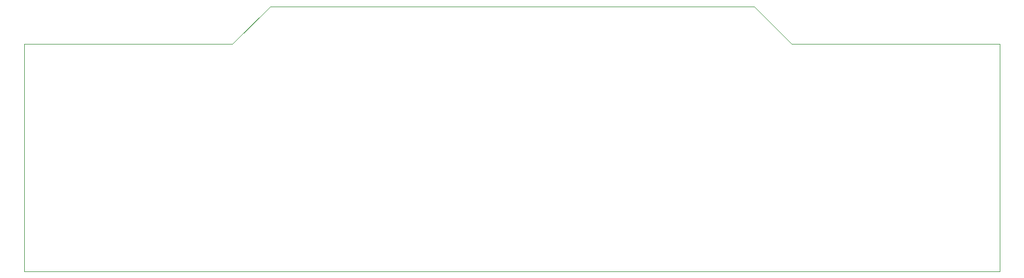
<source format=gbr>
%TF.GenerationSoftware,Altium Limited,Altium Designer,21.7.2 (23)*%
G04 Layer_Color=0*
%FSLAX25Y25*%
%MOIN*%
%TF.SameCoordinates,95A22525-32A0-4EEE-A0C0-36F8BD1EB9D1*%
%TF.FilePolarity,Positive*%
%TF.FileFunction,Profile,NP*%
%TF.Part,Single*%
G01*
G75*
%TA.AperFunction,Profile*%
%ADD107C,0.00100*%
D107*
X125984Y137795D02*
X148721Y160531D01*
X441831D01*
X464567Y137795D01*
X590551D01*
Y0D01*
X0D01*
Y137795D01*
X125984D01*
%TF.MD5,f2ed0e45d5e4870e153c0558ae9f435e*%
M02*

</source>
